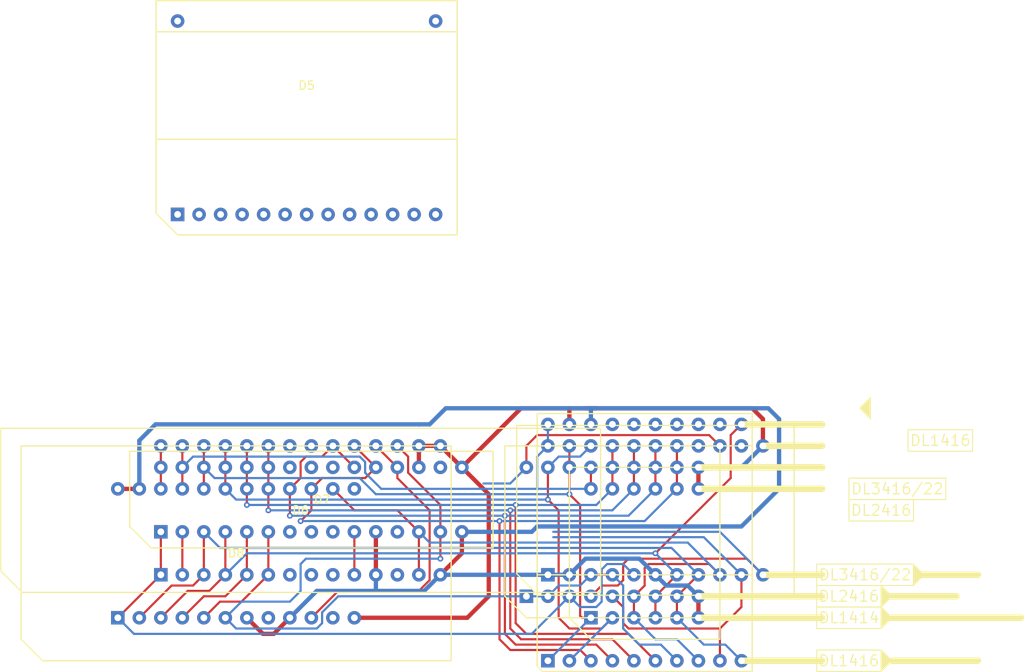
<source format=kicad_pcb>
(kicad_pcb (version 20171130) (host pcbnew "(5.1.4-0-10_14)")

  (general
    (thickness 1.6)
    (drawings 53)
    (tracks 297)
    (zones 0)
    (modules 8)
    (nets 49)
  )

  (page A4)
  (layers
    (0 F.Cu signal)
    (31 B.Cu signal)
    (32 B.Adhes user)
    (33 F.Adhes user)
    (34 B.Paste user)
    (35 F.Paste user)
    (36 B.SilkS user)
    (37 F.SilkS user)
    (38 B.Mask user)
    (39 F.Mask user)
    (40 Dwgs.User user)
    (41 Cmts.User user)
    (42 Eco1.User user)
    (43 Eco2.User user)
    (44 Edge.Cuts user)
    (45 Margin user)
    (46 B.CrtYd user)
    (47 F.CrtYd user hide)
    (48 B.Fab user)
    (49 F.Fab user hide)
  )

  (setup
    (last_trace_width 0.254)
    (trace_clearance 0.1524)
    (zone_clearance 0.508)
    (zone_45_only no)
    (trace_min 0.2)
    (via_size 0.6858)
    (via_drill 0.3302)
    (via_min_size 0.4)
    (via_min_drill 0.3)
    (uvia_size 0.6858)
    (uvia_drill 0.3302)
    (uvias_allowed no)
    (uvia_min_size 0.2)
    (uvia_min_drill 0.1)
    (edge_width 0.05)
    (segment_width 0.2)
    (pcb_text_width 0.3)
    (pcb_text_size 1.5 1.5)
    (mod_edge_width 0.12)
    (mod_text_size 1 1)
    (mod_text_width 0.15)
    (pad_size 1.524 1.524)
    (pad_drill 0.762)
    (pad_to_mask_clearance 0.051)
    (solder_mask_min_width 0.25)
    (aux_axis_origin 0 0)
    (visible_elements FFFFFF7F)
    (pcbplotparams
      (layerselection 0x010fc_ffffffff)
      (usegerberextensions false)
      (usegerberattributes false)
      (usegerberadvancedattributes false)
      (creategerberjobfile false)
      (excludeedgelayer true)
      (linewidth 0.100000)
      (plotframeref false)
      (viasonmask false)
      (mode 1)
      (useauxorigin false)
      (hpglpennumber 1)
      (hpglpenspeed 20)
      (hpglpendiameter 15.000000)
      (psnegative false)
      (psa4output false)
      (plotreference true)
      (plotvalue true)
      (plotinvisibletext false)
      (padsonsilk false)
      (subtractmaskfromsilk false)
      (outputformat 1)
      (mirror false)
      (drillshape 1)
      (scaleselection 1)
      (outputdirectory ""))
  )

  (net 0 "")
  (net 1 GND)
  (net 2 VCC)
  (net 3 "Net-(D2-Pad17)")
  (net 4 "Net-(D2-Pad16)")
  (net 5 "Net-(D2-Pad15)")
  (net 6 "Net-(D2-Pad14)")
  (net 7 "Net-(D2-Pad13)")
  (net 8 "Net-(D2-Pad12)")
  (net 9 /A0)
  (net 10 /A1)
  (net 11 /~WR)
  (net 12 /D6)
  (net 13 /D3)
  (net 14 /D2)
  (net 15 /D1)
  (net 16 /D0)
  (net 17 /D4)
  (net 18 /D5)
  (net 19 /~CU)
  (net 20 /~BL)
  (net 21 /CUE)
  (net 22 /~CLR)
  (net 23 "Net-(D4-Pad15)")
  (net 24 "Net-(D4-Pad13)")
  (net 25 /~CE)
  (net 26 /A2)
  (net 27 "Net-(D6-Pad12)")
  (net 28 "Net-(D6-Pad9)")
  (net 29 "Net-(D6-Pad8)")
  (net 30 "Net-(D6-Pad7)")
  (net 31 "Net-(D7-Pad12)")
  (net 32 "Net-(D7-Pad17)")
  (net 33 "Net-(D8-Pad11)")
  (net 34 "Net-(D8-Pad8)")
  (net 35 "Net-(D8-Pad13)")
  (net 36 /D7)
  (net 37 /A4)
  (net 38 "Net-(D6-Pad22)")
  (net 39 "Net-(D6-Pad21)")
  (net 40 /A3)
  (net 41 /~RD)
  (net 42 /~FL)
  (net 43 "Net-(D7-Pad9)")
  (net 44 "Net-(D7-Pad24)")
  (net 45 "Net-(D7-Pad8)")
  (net 46 "Net-(D7-Pad23)")
  (net 47 "Net-(D7-Pad7)")
  (net 48 "Net-(D7-Pad22)")

  (net_class Default "This is the default net class."
    (clearance 0.1524)
    (trace_width 0.254)
    (via_dia 0.6858)
    (via_drill 0.3302)
    (uvia_dia 0.6858)
    (uvia_drill 0.3302)
    (add_net /A0)
    (add_net /A1)
    (add_net /A2)
    (add_net /A3)
    (add_net /A4)
    (add_net /CUE)
    (add_net /D0)
    (add_net /D1)
    (add_net /D2)
    (add_net /D3)
    (add_net /D4)
    (add_net /D5)
    (add_net /D6)
    (add_net /D7)
    (add_net /~BL)
    (add_net /~CE)
    (add_net /~CLR)
    (add_net /~CU)
    (add_net /~FL)
    (add_net /~RD)
    (add_net /~WR)
    (add_net "Net-(D2-Pad12)")
    (add_net "Net-(D2-Pad13)")
    (add_net "Net-(D2-Pad14)")
    (add_net "Net-(D2-Pad15)")
    (add_net "Net-(D2-Pad16)")
    (add_net "Net-(D2-Pad17)")
    (add_net "Net-(D4-Pad13)")
    (add_net "Net-(D4-Pad15)")
    (add_net "Net-(D6-Pad12)")
    (add_net "Net-(D6-Pad21)")
    (add_net "Net-(D6-Pad22)")
    (add_net "Net-(D6-Pad7)")
    (add_net "Net-(D6-Pad8)")
    (add_net "Net-(D6-Pad9)")
    (add_net "Net-(D7-Pad12)")
    (add_net "Net-(D7-Pad17)")
    (add_net "Net-(D7-Pad22)")
    (add_net "Net-(D7-Pad23)")
    (add_net "Net-(D7-Pad24)")
    (add_net "Net-(D7-Pad7)")
    (add_net "Net-(D7-Pad8)")
    (add_net "Net-(D7-Pad9)")
    (add_net "Net-(D8-Pad11)")
    (add_net "Net-(D8-Pad13)")
    (add_net "Net-(D8-Pad8)")
  )

  (net_class Power ""
    (clearance 0.1524)
    (trace_width 0.508)
    (via_dia 0.6858)
    (via_drill 0.3302)
    (uvia_dia 0.6858)
    (uvia_drill 0.3302)
    (add_net GND)
    (add_net VCC)
  )

  (module Display_IntelligentAlpha:DL1814 (layer F.Cu) (tedit 5E113160) (tstamp 5E12268D)
    (at 189.940001 15.823001)
    (descr ".112\" Red, 8-Digit 17-Segment Alphanumeric Intelligent Display")
    (tags "THT DIP DIL PDIP 2.54mm 15.24mm 600mil")
    (path /5E1E370C)
    (fp_text reference D5 (at 15.24 -15.24 180) (layer F.SilkS)
      (effects (font (size 1 1) (thickness 0.15)))
    )
    (fp_text value DL1814 (at 29.21 -15.24 90) (layer F.Fab)
      (effects (font (size 1 1) (thickness 0.15)))
    )
    (fp_line (start -2.54 -8.89) (end 33.02 -8.89) (layer F.SilkS) (width 0.15))
    (fp_line (start -2.54 -21.59) (end 33.02 -21.59) (layer F.SilkS) (width 0.15))
    (fp_line (start 0 2.413) (end -2.54 -0.127) (layer F.SilkS) (width 0.15))
    (fp_line (start -2.54 -25.273) (end -2.54 2.413) (layer F.CrtYd) (width 0.0508))
    (fp_line (start -2.54 2.413) (end 33.02 2.413) (layer F.CrtYd) (width 0.0508))
    (fp_line (start 33.02 -25.273) (end 33.02 2.413) (layer F.CrtYd) (width 0.0508))
    (fp_line (start -2.54 -25.273) (end 33.02 -25.273) (layer F.CrtYd) (width 0.0508))
    (fp_line (start 33.02 -25.273) (end 33.02 2.413) (layer F.SilkS) (width 0.15))
    (fp_line (start -2.54 -25.273) (end -2.54 -0.127) (layer F.SilkS) (width 0.15))
    (fp_line (start 0 2.413) (end 33.02 2.413) (layer F.SilkS) (width 0.15))
    (fp_line (start -2.54 -25.273) (end 33.02 -25.273) (layer F.SilkS) (width 0.15))
    (fp_text user %R (at 31.75 -15.24 90) (layer F.Fab)
      (effects (font (size 1 1) (thickness 0.15)))
    )
    (pad 14 thru_hole oval (at 30.48 -22.86 90) (size 1.6 1.6) (drill 0.8) (layers *.Cu *.Mask)
      (net 20 /~BL))
    (pad 13 thru_hole oval (at 30.48 0 90) (size 1.6 1.6) (drill 0.8) (layers *.Cu *.Mask)
      (net 2 VCC))
    (pad 26 thru_hole oval (at 0 -22.86 90) (size 1.6 1.6) (drill 0.8) (layers *.Cu *.Mask)
      (net 25 /~CE))
    (pad 12 thru_hole oval (at 27.94 0 90) (size 1.6 1.6) (drill 0.8) (layers *.Cu *.Mask)
      (net 11 /~WR))
    (pad 11 thru_hole oval (at 25.4 0 90) (size 1.6 1.6) (drill 0.8) (layers *.Cu *.Mask)
      (net 26 /A2))
    (pad 10 thru_hole oval (at 22.86 0 90) (size 1.6 1.6) (drill 0.8) (layers *.Cu *.Mask)
      (net 10 /A1))
    (pad 9 thru_hole oval (at 20.32 0 90) (size 1.6 1.6) (drill 0.8) (layers *.Cu *.Mask)
      (net 9 /A0))
    (pad 8 thru_hole oval (at 17.78 0 90) (size 1.6 1.6) (drill 0.8) (layers *.Cu *.Mask)
      (net 1 GND))
    (pad 7 thru_hole oval (at 15.24 0 90) (size 1.6 1.6) (drill 0.8) (layers *.Cu *.Mask)
      (net 12 /D6))
    (pad 6 thru_hole oval (at 12.7 0 90) (size 1.6 1.6) (drill 0.8) (layers *.Cu *.Mask)
      (net 18 /D5))
    (pad 5 thru_hole oval (at 10.16 0 90) (size 1.6 1.6) (drill 0.8) (layers *.Cu *.Mask)
      (net 17 /D4))
    (pad 4 thru_hole oval (at 7.62 0 90) (size 1.6 1.6) (drill 0.8) (layers *.Cu *.Mask)
      (net 13 /D3))
    (pad 3 thru_hole oval (at 5.08 0 90) (size 1.6 1.6) (drill 0.8) (layers *.Cu *.Mask)
      (net 14 /D2))
    (pad 2 thru_hole oval (at 2.54 0 90) (size 1.6 1.6) (drill 0.8) (layers *.Cu *.Mask)
      (net 15 /D1))
    (pad 1 thru_hole rect (at 0 0 90) (size 1.6 1.6) (drill 0.8) (layers *.Cu *.Mask)
      (net 16 /D0))
  )

  (module Display_IntelligentAlpha:DL1416 (layer F.Cu) (tedit 5E103B4D) (tstamp 5E112FB6)
    (at 233.68 68.58)
    (descr ".160\" Red, 4-Digit 16-Segment Alphanumeric Intelligent Display With Memory/Decoder/Driver")
    (tags "THT DIP DIL PDIP 2.54mm 7.62mm 300mil")
    (path /5E169770)
    (fp_text reference D2 (at 11.43 -18.415 180) (layer F.SilkS) hide
      (effects (font (size 1 1) (thickness 0.15)))
    )
    (fp_text value DL1416 (at 20.955 -19.05 90) (layer F.Fab) hide
      (effects (font (size 1 1) (thickness 0.15)))
    )
    (fp_line (start -1.27 -25.4) (end 24.13 -25.4) (layer F.SilkS) (width 0.15))
    (fp_line (start 24.13 -10.16) (end -1.27 -10.16) (layer F.SilkS) (width 0.15))
    (fp_line (start -1.27 0.635) (end -0.635 1.27) (layer F.SilkS) (width 0.15))
    (fp_line (start -1.27 -29.21) (end -1.27 0.635) (layer F.SilkS) (width 0.15))
    (fp_line (start 24.13 -29.21) (end -1.27 -29.21) (layer F.SilkS) (width 0.15))
    (fp_line (start 24.13 1.27) (end 24.13 -29.21) (layer F.SilkS) (width 0.15))
    (fp_line (start -0.635 1.27) (end 24.13 1.27) (layer F.SilkS) (width 0.15))
    (fp_text user %R (at 22.86 -19.05 90) (layer F.Fab) hide
      (effects (font (size 1 1) (thickness 0.15)))
    )
    (pad 1 thru_hole rect (at 0 0 90) (size 1.6 1.6) (drill 0.8) (layers *.Cu *.Mask)
      (net 18 /D5))
    (pad 11 thru_hole oval (at 22.86 -27.94 90) (size 1.6 1.6) (drill 0.8) (layers *.Cu *.Mask)
      (net 10 /A1))
    (pad 2 thru_hole oval (at 2.54 0 90) (size 1.6 1.6) (drill 0.8) (layers *.Cu *.Mask)
      (net 17 /D4))
    (pad 12 thru_hole oval (at 20.32 -27.94 90) (size 1.6 1.6) (drill 0.8) (layers *.Cu *.Mask)
      (net 8 "Net-(D2-Pad12)"))
    (pad 3 thru_hole oval (at 5.08 0 90) (size 1.6 1.6) (drill 0.8) (layers *.Cu *.Mask)
      (net 16 /D0))
    (pad 13 thru_hole oval (at 17.78 -27.94 90) (size 1.6 1.6) (drill 0.8) (layers *.Cu *.Mask)
      (net 7 "Net-(D2-Pad13)"))
    (pad 4 thru_hole oval (at 7.62 0 90) (size 1.6 1.6) (drill 0.8) (layers *.Cu *.Mask)
      (net 15 /D1))
    (pad 14 thru_hole oval (at 15.24 -27.94 90) (size 1.6 1.6) (drill 0.8) (layers *.Cu *.Mask)
      (net 6 "Net-(D2-Pad14)"))
    (pad 5 thru_hole oval (at 10.16 0 90) (size 1.6 1.6) (drill 0.8) (layers *.Cu *.Mask)
      (net 14 /D2))
    (pad 15 thru_hole oval (at 12.7 -27.94 90) (size 1.6 1.6) (drill 0.8) (layers *.Cu *.Mask)
      (net 5 "Net-(D2-Pad15)"))
    (pad 6 thru_hole oval (at 12.7 0 90) (size 1.6 1.6) (drill 0.8) (layers *.Cu *.Mask)
      (net 13 /D3))
    (pad 16 thru_hole oval (at 10.16 -27.94 90) (size 1.6 1.6) (drill 0.8) (layers *.Cu *.Mask)
      (net 4 "Net-(D2-Pad16)"))
    (pad 7 thru_hole oval (at 15.24 0 90) (size 1.6 1.6) (drill 0.8) (layers *.Cu *.Mask)
      (net 25 /~CE))
    (pad 17 thru_hole oval (at 7.62 -27.94 90) (size 1.6 1.6) (drill 0.8) (layers *.Cu *.Mask)
      (net 3 "Net-(D2-Pad17)"))
    (pad 8 thru_hole oval (at 17.78 0 90) (size 1.6 1.6) (drill 0.8) (layers *.Cu *.Mask)
      (net 11 /~WR))
    (pad 18 thru_hole oval (at 5.08 -27.94 90) (size 1.6 1.6) (drill 0.8) (layers *.Cu *.Mask)
      (net 2 VCC))
    (pad 9 thru_hole oval (at 20.32 0 90) (size 1.6 1.6) (drill 0.8) (layers *.Cu *.Mask)
      (net 19 /~CU))
    (pad 19 thru_hole oval (at 2.54 -27.94 90) (size 1.6 1.6) (drill 0.8) (layers *.Cu *.Mask)
      (net 1 GND))
    (pad 10 thru_hole oval (at 22.86 0 90) (size 1.6 1.6) (drill 0.8) (layers *.Cu *.Mask)
      (net 9 /A0))
    (pad 20 thru_hole oval (at 0 -27.94 90) (size 1.6 1.6) (drill 0.8) (layers *.Cu *.Mask)
      (net 12 /D6))
  )

  (module Display_IntelligentAlpha:DL34xx (layer F.Cu) (tedit 5E0FE0B2) (tstamp 5E10DCCF)
    (at 233.68 58.42)
    (descr ".225\"/.170\" Red, 4-Digit 16-Segment Plus Decimal/22-Segment Alphanumeric Intelligent Display With Memory/Decoder/Driver")
    (tags "THT DIP DIL PDIP 2.54mm 15.24mm 600mil")
    (path /5E125D99)
    (fp_text reference D4 (at 13.97 -7.62 180) (layer F.SilkS) hide
      (effects (font (size 1 1) (thickness 0.15)))
    )
    (fp_text value DL3416 (at 25.4 -7.62 90) (layer F.Fab) hide
      (effects (font (size 1 1) (thickness 0.15)))
    )
    (fp_line (start -3.683 -0.127) (end -1.143 2.413) (layer F.SilkS) (width 0.15))
    (fp_line (start -3.683 2.413) (end 29.083 2.413) (layer F.CrtYd) (width 0.0508))
    (fp_line (start -3.683 -17.653) (end -3.683 2.413) (layer F.CrtYd) (width 0.0508))
    (fp_line (start 29.083 -17.653) (end 29.083 2.413) (layer F.SilkS) (width 0.15))
    (fp_line (start -3.683 -17.653) (end 29.083 -17.653) (layer F.CrtYd) (width 0.0508))
    (fp_line (start -1.143 2.413) (end 29.083 2.413) (layer F.SilkS) (width 0.15))
    (fp_line (start -3.683 -17.653) (end -3.683 -0.127) (layer F.SilkS) (width 0.15))
    (fp_line (start 29.083 -17.653) (end 29.083 2.413) (layer F.CrtYd) (width 0.0508))
    (fp_line (start -3.683 -17.653) (end 29.083 -17.653) (layer F.SilkS) (width 0.15))
    (fp_text user %R (at 27.94 -7.62 90) (layer F.Fab) hide
      (effects (font (size 1 1) (thickness 0.15)))
    )
    (pad 12 thru_hole oval (at 25.4 -15.24 90) (size 1.6 1.6) (drill 0.8) (layers *.Cu *.Mask)
      (net 1 GND))
    (pad 11 thru_hole oval (at 25.4 0 90) (size 1.6 1.6) (drill 0.8) (layers *.Cu *.Mask)
      (net 21 /CUE))
    (pad 22 thru_hole oval (at 0 -15.24 90) (size 1.6 1.6) (drill 0.8) (layers *.Cu *.Mask)
      (net 12 /D6))
    (pad 10 thru_hole oval (at 22.86 0 90) (size 1.6 1.6) (drill 0.8) (layers *.Cu *.Mask)
      (net 19 /~CU))
    (pad 21 thru_hole oval (at 2.54 -15.24 90) (size 1.6 1.6) (drill 0.8) (layers *.Cu *.Mask)
      (net 18 /D5))
    (pad 9 thru_hole oval (at 20.32 0 90) (size 1.6 1.6) (drill 0.8) (layers *.Cu *.Mask)
      (net 11 /~WR))
    (pad 20 thru_hole oval (at 5.08 -15.24 90) (size 1.6 1.6) (drill 0.8) (layers *.Cu *.Mask)
      (net 17 /D4))
    (pad 8 thru_hole oval (at 17.78 0 90) (size 1.6 1.6) (drill 0.8) (layers *.Cu *.Mask)
      (net 9 /A0))
    (pad 19 thru_hole oval (at 7.62 -15.24 90) (size 1.6 1.6) (drill 0.8) (layers *.Cu *.Mask)
      (net 13 /D3))
    (pad 7 thru_hole oval (at 15.24 0 90) (size 1.6 1.6) (drill 0.8) (layers *.Cu *.Mask)
      (net 10 /A1))
    (pad 18 thru_hole oval (at 10.16 -15.24 90) (size 1.6 1.6) (drill 0.8) (layers *.Cu *.Mask)
      (net 14 /D2))
    (pad 6 thru_hole oval (at 12.7 0 90) (size 1.6 1.6) (drill 0.8) (layers *.Cu *.Mask)
      (net 2 VCC))
    (pad 17 thru_hole oval (at 12.7 -15.24 90) (size 1.6 1.6) (drill 0.8) (layers *.Cu *.Mask)
      (net 15 /D1))
    (pad 5 thru_hole oval (at 10.16 0 90) (size 1.6 1.6) (drill 0.8) (layers *.Cu *.Mask)
      (net 22 /~CLR))
    (pad 16 thru_hole oval (at 15.24 -15.24 90) (size 1.6 1.6) (drill 0.8) (layers *.Cu *.Mask)
      (net 16 /D0))
    (pad 4 thru_hole oval (at 7.62 0 90) (size 1.6 1.6) (drill 0.8) (layers *.Cu *.Mask)
      (net 25 /~CE))
    (pad 15 thru_hole oval (at 17.78 -15.24 90) (size 1.6 1.6) (drill 0.8) (layers *.Cu *.Mask)
      (net 23 "Net-(D4-Pad15)"))
    (pad 3 thru_hole oval (at 5.08 0 90) (size 1.6 1.6) (drill 0.8) (layers *.Cu *.Mask)
      (net 25 /~CE))
    (pad 14 thru_hole oval (at 20.32 -15.24 90) (size 1.6 1.6) (drill 0.8) (layers *.Cu *.Mask)
      (net 20 /~BL))
    (pad 2 thru_hole oval (at 2.54 0 90) (size 1.6 1.6) (drill 0.8) (layers *.Cu *.Mask)
      (net 2 VCC))
    (pad 13 thru_hole oval (at 22.86 -15.24 90) (size 1.6 1.6) (drill 0.8) (layers *.Cu *.Mask)
      (net 24 "Net-(D4-Pad13)"))
    (pad 1 thru_hole rect (at 0 0 90) (size 1.6 1.6) (drill 0.8) (layers *.Cu *.Mask)
      (net 2 VCC))
  )

  (module Display_IntelligentAlpha:PD2816 (layer F.Cu) (tedit 5E1131B0) (tstamp 5E120BB0)
    (at 182.88 63.5)
    (descr ".112\" Red, 8-Digit, 18-Segment Including Decimal Alphanumeric Programmable Display With Built In CMOS Control Functions")
    (tags "THT DIP DIL PDIP 2.54mm 15.24mm 600mil")
    (path /5E1D535B)
    (fp_text reference D8 (at 13.97 -7.62 180) (layer F.SilkS)
      (effects (font (size 1 1) (thickness 0.15)))
    )
    (fp_text value PD2816 (at 35.56 -7.62 90) (layer F.Fab)
      (effects (font (size 1 1) (thickness 0.15)))
    )
    (fp_line (start -8.89 5.08) (end -11.43 2.54) (layer F.SilkS) (width 0.15))
    (fp_line (start 39.37 5.08) (end 39.37 -20.32) (layer F.CrtYd) (width 0.0508))
    (fp_line (start -11.43 5.08) (end 39.37 5.08) (layer F.CrtYd) (width 0.0508))
    (fp_line (start -11.43 -20.32) (end -11.43 5.08) (layer F.CrtYd) (width 0.0508))
    (fp_line (start 39.37 -20.32) (end -11.43 -20.32) (layer F.CrtYd) (width 0.0508))
    (fp_line (start -11.43 -20.32) (end -11.43 2.54) (layer F.SilkS) (width 0.15))
    (fp_line (start 39.37 -20.32) (end 39.37 5.08) (layer F.SilkS) (width 0.15))
    (fp_line (start -11.43 -20.32) (end 39.37 -20.32) (layer F.SilkS) (width 0.15))
    (fp_line (start -8.89 5.08) (end 39.37 5.08) (layer F.SilkS) (width 0.15))
    (fp_text user %R (at 38.1 -7.62 90) (layer F.Fab)
      (effects (font (size 1 1) (thickness 0.15)))
    )
    (pad 24 thru_hole oval (at 0 -15.24 90) (size 1.6 1.6) (drill 0.8) (layers *.Cu *.Mask)
      (net 2 VCC))
    (pad 12 thru_hole oval (at 27.94 0 90) (size 1.6 1.6) (drill 0.8) (layers *.Cu *.Mask)
      (net 1 GND))
    (pad 23 thru_hole oval (at 2.54 -15.24 90) (size 1.6 1.6) (drill 0.8) (layers *.Cu *.Mask)
      (net 2 VCC))
    (pad 11 thru_hole oval (at 25.4 0 90) (size 1.6 1.6) (drill 0.8) (layers *.Cu *.Mask)
      (net 33 "Net-(D8-Pad11)"))
    (pad 22 thru_hole oval (at 5.08 -15.24 90) (size 1.6 1.6) (drill 0.8) (layers *.Cu *.Mask)
      (net 36 /D7))
    (pad 10 thru_hole oval (at 22.86 0 90) (size 1.6 1.6) (drill 0.8) (layers *.Cu *.Mask)
      (net 41 /~RD))
    (pad 21 thru_hole oval (at 7.62 -15.24 90) (size 1.6 1.6) (drill 0.8) (layers *.Cu *.Mask)
      (net 12 /D6))
    (pad 9 thru_hole oval (at 20.32 0 90) (size 1.6 1.6) (drill 0.8) (layers *.Cu *.Mask)
      (net 2 VCC))
    (pad 20 thru_hole oval (at 10.16 -15.24 90) (size 1.6 1.6) (drill 0.8) (layers *.Cu *.Mask)
      (net 18 /D5))
    (pad 8 thru_hole oval (at 17.78 0 90) (size 1.6 1.6) (drill 0.8) (layers *.Cu *.Mask)
      (net 34 "Net-(D8-Pad8)"))
    (pad 19 thru_hole oval (at 12.7 -15.24 90) (size 1.6 1.6) (drill 0.8) (layers *.Cu *.Mask)
      (net 17 /D4))
    (pad 7 thru_hole oval (at 15.24 0 90) (size 1.6 1.6) (drill 0.8) (layers *.Cu *.Mask)
      (net 2 VCC))
    (pad 18 thru_hole oval (at 15.24 -15.24 90) (size 1.6 1.6) (drill 0.8) (layers *.Cu *.Mask)
      (net 13 /D3))
    (pad 6 thru_hole oval (at 12.7 0 90) (size 1.6 1.6) (drill 0.8) (layers *.Cu *.Mask)
      (net 25 /~CE))
    (pad 17 thru_hole oval (at 17.78 -15.24 90) (size 1.6 1.6) (drill 0.8) (layers *.Cu *.Mask)
      (net 14 /D2))
    (pad 5 thru_hole oval (at 10.16 0 90) (size 1.6 1.6) (drill 0.8) (layers *.Cu *.Mask)
      (net 40 /A3))
    (pad 16 thru_hole oval (at 20.32 -15.24 90) (size 1.6 1.6) (drill 0.8) (layers *.Cu *.Mask)
      (net 15 /D1))
    (pad 4 thru_hole oval (at 7.62 0 90) (size 1.6 1.6) (drill 0.8) (layers *.Cu *.Mask)
      (net 26 /A2))
    (pad 15 thru_hole oval (at 22.86 -15.24 90) (size 1.6 1.6) (drill 0.8) (layers *.Cu *.Mask)
      (net 16 /D0))
    (pad 3 thru_hole oval (at 5.08 0 90) (size 1.6 1.6) (drill 0.8) (layers *.Cu *.Mask)
      (net 10 /A1))
    (pad 14 thru_hole oval (at 25.4 -15.24 90) (size 1.6 1.6) (drill 0.8) (layers *.Cu *.Mask)
      (net 11 /~WR))
    (pad 2 thru_hole oval (at 2.54 0 90) (size 1.6 1.6) (drill 0.8) (layers *.Cu *.Mask)
      (net 9 /A0))
    (pad 13 thru_hole oval (at 27.94 -15.24 90) (size 1.6 1.6) (drill 0.8) (layers *.Cu *.Mask)
      (net 35 "Net-(D8-Pad13)"))
    (pad 1 thru_hole rect (at 0 0 90) (size 1.6 1.6) (drill 0.8) (layers *.Cu *.Mask)
      (net 22 /~CLR))
  )

  (module Display_IntelligentAlpha:PDSP188x_DIP30 (layer F.Cu) (tedit 5E1131A4) (tstamp 5E120C25)
    (at 187.96 53.34)
    (descr ".180\" 8-Character 5x7 Dot Matrix Alphanumeric Programmable Display (dual 15-hole rows)")
    (tags "DIL DIP PDIP 2.54mm 7.62mm 300mil")
    (path /5E1C8D40)
    (fp_text reference D7 (at 19.05 -3.81 180) (layer F.SilkS)
      (effects (font (size 1 1) (thickness 0.15)))
    )
    (fp_text value PDSP188x (at 34.925 -3.81 180) (layer F.Fab)
      (effects (font (size 1 1) (thickness 0.15)))
    )
    (fp_line (start -3.683 -0.635) (end -1.143 1.905) (layer F.SilkS) (width 0.15))
    (fp_line (start -3.683 -9.525) (end -3.683 1.905) (layer F.CrtYd) (width 0.0508))
    (fp_line (start -3.683 1.905) (end 39.243 1.905) (layer F.Fab) (width 0.0508))
    (fp_line (start 39.243 -9.525) (end 39.243 1.905) (layer F.CrtYd) (width 0.0508))
    (fp_line (start -3.683 -9.525) (end 39.243 -9.525) (layer F.CrtYd) (width 0.0508))
    (fp_line (start 39.243 -9.525) (end 39.243 1.905) (layer F.SilkS) (width 0.15))
    (fp_line (start -1.143 1.905) (end 39.243 1.905) (layer F.SilkS) (width 0.15))
    (fp_line (start -3.683 -9.525) (end 39.243 -9.525) (layer F.SilkS) (width 0.15))
    (fp_line (start -3.683 -9.525) (end -3.683 -0.635) (layer F.SilkS) (width 0.15))
    (fp_text user %R (at 27.94 -3.81 180) (layer F.Fab)
      (effects (font (size 1 1) (thickness 0.15)))
    )
    (pad 16 thru_hole oval (at 35.56 -7.62 90) (size 1.6 1.6) (drill 0.8) (layers *.Cu *.Mask)
      (net 1 GND))
    (pad 15 thru_hole oval (at 35.56 0 90) (size 1.6 1.6) (drill 0.8) (layers *.Cu *.Mask)
      (net 2 VCC))
    (pad 30 thru_hole oval (at 0 -7.62 90) (size 1.6 1.6) (drill 0.8) (layers *.Cu *.Mask)
      (net 36 /D7))
    (pad 14 thru_hole oval (at 33.02 0 90) (size 1.6 1.6) (drill 0.8) (layers *.Cu *.Mask)
      (net 25 /~CE))
    (pad 29 thru_hole oval (at 2.54 -7.62 90) (size 1.6 1.6) (drill 0.8) (layers *.Cu *.Mask)
      (net 12 /D6))
    (pad 13 thru_hole oval (at 30.48 0 90) (size 1.6 1.6) (drill 0.8) (layers *.Cu *.Mask)
      (net 11 /~WR))
    (pad 28 thru_hole oval (at 5.08 -7.62 90) (size 1.6 1.6) (drill 0.8) (layers *.Cu *.Mask)
      (net 18 /D5))
    (pad 12 thru_hole oval (at 27.94 0 90) (size 1.6 1.6) (drill 0.8) (layers *.Cu *.Mask)
      (net 31 "Net-(D7-Pad12)"))
    (pad 27 thru_hole oval (at 7.62 -7.62 90) (size 1.6 1.6) (drill 0.8) (layers *.Cu *.Mask)
      (net 17 /D4))
    (pad 11 thru_hole oval (at 25.4 0 90) (size 1.6 1.6) (drill 0.8) (layers *.Cu *.Mask)
      (net 2 VCC))
    (pad 26 thru_hole oval (at 10.16 -7.62 90) (size 1.6 1.6) (drill 0.8) (layers *.Cu *.Mask)
      (net 13 /D3))
    (pad 10 thru_hole oval (at 22.86 0 90) (size 1.6 1.6) (drill 0.8) (layers *.Cu *.Mask)
      (net 37 /A4))
    (pad 25 thru_hole oval (at 12.7 -7.62 90) (size 1.6 1.6) (drill 0.8) (layers *.Cu *.Mask)
      (net 14 /D2))
    (pad 9 thru_hole oval (at 20.32 0 90) (size 1.6 1.6) (drill 0.8) (layers *.Cu *.Mask)
      (net 43 "Net-(D7-Pad9)"))
    (pad 24 thru_hole oval (at 15.24 -7.62 90) (size 1.6 1.6) (drill 0.8) (layers *.Cu *.Mask)
      (net 44 "Net-(D7-Pad24)"))
    (pad 8 thru_hole oval (at 17.78 0 90) (size 1.6 1.6) (drill 0.8) (layers *.Cu *.Mask)
      (net 45 "Net-(D7-Pad8)"))
    (pad 23 thru_hole oval (at 17.78 -7.62 90) (size 1.6 1.6) (drill 0.8) (layers *.Cu *.Mask)
      (net 46 "Net-(D7-Pad23)"))
    (pad 7 thru_hole oval (at 15.24 0 90) (size 1.6 1.6) (drill 0.8) (layers *.Cu *.Mask)
      (net 47 "Net-(D7-Pad7)"))
    (pad 22 thru_hole oval (at 20.32 -7.62 90) (size 1.6 1.6) (drill 0.8) (layers *.Cu *.Mask)
      (net 48 "Net-(D7-Pad22)"))
    (pad 6 thru_hole oval (at 12.7 0 90) (size 1.6 1.6) (drill 0.8) (layers *.Cu *.Mask)
      (net 40 /A3))
    (pad 21 thru_hole oval (at 22.86 -7.62 90) (size 1.6 1.6) (drill 0.8) (layers *.Cu *.Mask)
      (net 15 /D1))
    (pad 5 thru_hole oval (at 10.16 0 90) (size 1.6 1.6) (drill 0.8) (layers *.Cu *.Mask)
      (net 26 /A2))
    (pad 20 thru_hole oval (at 25.4 -7.62 90) (size 1.6 1.6) (drill 0.8) (layers *.Cu *.Mask)
      (net 16 /D0))
    (pad 4 thru_hole oval (at 7.62 0 90) (size 1.6 1.6) (drill 0.8) (layers *.Cu *.Mask)
      (net 10 /A1))
    (pad 19 thru_hole oval (at 27.94 -7.62 90) (size 1.6 1.6) (drill 0.8) (layers *.Cu *.Mask)
      (net 41 /~RD))
    (pad 3 thru_hole oval (at 5.08 0 90) (size 1.6 1.6) (drill 0.8) (layers *.Cu *.Mask)
      (net 9 /A0))
    (pad 18 thru_hole oval (at 30.48 -7.62 90) (size 1.6 1.6) (drill 0.8) (layers *.Cu *.Mask)
      (net 1 GND))
    (pad 2 thru_hole oval (at 2.54 0 90) (size 1.6 1.6) (drill 0.8) (layers *.Cu *.Mask)
      (net 42 /~FL))
    (pad 17 thru_hole oval (at 33.02 -7.62 90) (size 1.6 1.6) (drill 0.8) (layers *.Cu *.Mask)
      (net 32 "Net-(D7-Pad17)"))
    (pad 1 thru_hole rect (at 0 0 90) (size 1.6 1.6) (drill 0.8) (layers *.Cu *.Mask)
      (net 22 /~CLR))
  )

  (module Display_IntelligentAlpha:HDSP-250x_DIP28 (layer F.Cu) (tedit 5E11318C) (tstamp 5E120CA4)
    (at 187.96 58.42)
    (descr "0.27\" Eight Character Alphanumeric Display (dual 14-hole rows)")
    (tags "THT DIP DIL PDIP 2.54mm 15.24mm 600mil Socket")
    (path /5E1B15CE)
    (fp_text reference D6 (at 16.51 -7.62) (layer F.SilkS)
      (effects (font (size 1 1) (thickness 0.15)))
    )
    (fp_text value HDSP-250x (at 48.26 -7.62 90) (layer F.Fab)
      (effects (font (size 1 1) (thickness 0.15)))
    )
    (fp_line (start 51.943 -17.3228) (end 51.943 2.0828) (layer F.CrtYd) (width 0.0508))
    (fp_line (start -18.923 -17.3228) (end 51.943 -17.3228) (layer F.SilkS) (width 0.15))
    (fp_line (start -18.923 -17.3228) (end -18.923 2.0828) (layer F.CrtYd) (width 0.0508))
    (fp_line (start -18.923 2.0828) (end 51.943 2.0828) (layer F.CrtYd) (width 0.0508))
    (fp_line (start -18.923 -0.4572) (end -16.383 2.0828) (layer F.SilkS) (width 0.15))
    (fp_line (start -18.923 -17.3228) (end -18.923 -0.4572) (layer F.SilkS) (width 0.15))
    (fp_line (start 51.943 -17.3228) (end 51.943 2.0828) (layer F.SilkS) (width 0.15))
    (fp_line (start -16.383 2.0828) (end 51.943 2.0828) (layer F.SilkS) (width 0.15))
    (fp_line (start -18.923 -17.3228) (end 51.943 -17.3228) (layer F.CrtYd) (width 0.0508))
    (fp_text user %R (at 50.8 -7.62 90) (layer F.Fab)
      (effects (font (size 1 1) (thickness 0.15)))
    )
    (pad 28 thru_hole oval (at 0 -15.24 90) (size 1.6 1.6) (drill 0.8) (layers *.Cu *.Mask)
      (net 36 /D7))
    (pad 14 thru_hole oval (at 33.02 0 90) (size 1.6 1.6) (drill 0.8) (layers *.Cu *.Mask)
      (net 2 VCC))
    (pad 27 thru_hole oval (at 2.54 -15.24 90) (size 1.6 1.6) (drill 0.8) (layers *.Cu *.Mask)
      (net 12 /D6))
    (pad 13 thru_hole oval (at 30.48 0 90) (size 1.6 1.6) (drill 0.8) (layers *.Cu *.Mask)
      (net 11 /~WR))
    (pad 26 thru_hole oval (at 5.08 -15.24 90) (size 1.6 1.6) (drill 0.8) (layers *.Cu *.Mask)
      (net 18 /D5))
    (pad 12 thru_hole oval (at 27.94 0 90) (size 1.6 1.6) (drill 0.8) (layers *.Cu *.Mask)
      (net 27 "Net-(D6-Pad12)"))
    (pad 25 thru_hole oval (at 7.62 -15.24 90) (size 1.6 1.6) (drill 0.8) (layers *.Cu *.Mask)
      (net 17 /D4))
    (pad 11 thru_hole oval (at 25.4 0 90) (size 1.6 1.6) (drill 0.8) (layers *.Cu *.Mask)
      (net 2 VCC))
    (pad 24 thru_hole oval (at 10.16 -15.24 90) (size 1.6 1.6) (drill 0.8) (layers *.Cu *.Mask)
      (net 13 /D3))
    (pad 10 thru_hole oval (at 22.86 0 90) (size 1.6 1.6) (drill 0.8) (layers *.Cu *.Mask)
      (net 37 /A4))
    (pad 23 thru_hole oval (at 12.7 -15.24 90) (size 1.6 1.6) (drill 0.8) (layers *.Cu *.Mask)
      (net 14 /D2))
    (pad 9 thru_hole oval (at 20.32 0 90) (size 1.6 1.6) (drill 0.8) (layers *.Cu *.Mask)
      (net 28 "Net-(D6-Pad9)"))
    (pad 22 thru_hole oval (at 15.24 -15.24 90) (size 1.6 1.6) (drill 0.8) (layers *.Cu *.Mask)
      (net 38 "Net-(D6-Pad22)"))
    (pad 8 thru_hole oval (at 17.78 0 90) (size 1.6 1.6) (drill 0.8) (layers *.Cu *.Mask)
      (net 29 "Net-(D6-Pad8)"))
    (pad 21 thru_hole oval (at 17.78 -15.24 90) (size 1.6 1.6) (drill 0.8) (layers *.Cu *.Mask)
      (net 39 "Net-(D6-Pad21)"))
    (pad 7 thru_hole oval (at 15.24 0 90) (size 1.6 1.6) (drill 0.8) (layers *.Cu *.Mask)
      (net 30 "Net-(D6-Pad7)"))
    (pad 20 thru_hole oval (at 20.32 -15.24 90) (size 1.6 1.6) (drill 0.8) (layers *.Cu *.Mask)
      (net 15 /D1))
    (pad 6 thru_hole oval (at 12.7 0 90) (size 1.6 1.6) (drill 0.8) (layers *.Cu *.Mask)
      (net 40 /A3))
    (pad 19 thru_hole oval (at 22.86 -15.24 90) (size 1.6 1.6) (drill 0.8) (layers *.Cu *.Mask)
      (net 16 /D0))
    (pad 5 thru_hole oval (at 10.16 0 90) (size 1.6 1.6) (drill 0.8) (layers *.Cu *.Mask)
      (net 26 /A2))
    (pad 18 thru_hole oval (at 25.4 -15.24 90) (size 1.6 1.6) (drill 0.8) (layers *.Cu *.Mask)
      (net 41 /~RD))
    (pad 4 thru_hole oval (at 7.62 0 90) (size 1.6 1.6) (drill 0.8) (layers *.Cu *.Mask)
      (net 10 /A1))
    (pad 17 thru_hole oval (at 27.94 -15.24 90) (size 1.6 1.6) (drill 0.8) (layers *.Cu *.Mask)
      (net 25 /~CE))
    (pad 3 thru_hole oval (at 5.08 0 90) (size 1.6 1.6) (drill 0.8) (layers *.Cu *.Mask)
      (net 9 /A0))
    (pad 16 thru_hole oval (at 30.48 -15.24 90) (size 1.6 1.6) (drill 0.8) (layers *.Cu *.Mask)
      (net 1 GND))
    (pad 2 thru_hole oval (at 2.54 0 90) (size 1.6 1.6) (drill 0.8) (layers *.Cu *.Mask)
      (net 42 /~FL))
    (pad 15 thru_hole oval (at 33.02 -15.24 90) (size 1.6 1.6) (drill 0.8) (layers *.Cu *.Mask)
      (net 1 GND))
    (pad 1 thru_hole rect (at 0 0 90) (size 1.6 1.6) (drill 0.8) (layers *.Cu *.Mask)
      (net 22 /~CLR))
  )

  (module Display_IntelligentAlpha:DL2416 (layer F.Cu) (tedit 5E0FCC7C) (tstamp 5E10D2C6)
    (at 231.14 60.96)
    (descr ".160\" Red, 4-Character 16 Segment Plus Decimal Alphanumeric Intelligent Display With Memory/Decoder/Driver")
    (tags "THT DIP DIL PDIP 2.54mm 15.24mm 600mil")
    (path /5E11EA1E)
    (fp_text reference D3 (at 10.16 -7.62 180) (layer F.SilkS) hide
      (effects (font (size 1 1) (thickness 0.15)))
    )
    (fp_text value DL2416 (at 19.05 -7.62 90) (layer F.Fab) hide
      (effects (font (size 1 1) (thickness 0.15)))
    )
    (fp_line (start -2.54 0) (end -2.54 -17.78) (layer F.SilkS) (width 0.15))
    (fp_line (start 0 2.54) (end -2.54 0) (layer F.SilkS) (width 0.15))
    (fp_line (start 22.86 2.54) (end 0 2.54) (layer F.SilkS) (width 0.15))
    (fp_line (start 22.86 -17.78) (end 22.86 2.54) (layer F.SilkS) (width 0.15))
    (fp_line (start -2.54 -17.78) (end 22.86 -17.78) (layer F.SilkS) (width 0.15))
    (fp_line (start -2.54 2.54) (end 22.86 2.54) (layer F.CrtYd) (width 0.0508))
    (fp_line (start 22.86 -17.78) (end 22.86 2.54) (layer F.CrtYd) (width 0.0508))
    (fp_line (start -2.54 -17.78) (end -2.54 2.54) (layer F.CrtYd) (width 0.0508))
    (fp_line (start -2.54 -17.78) (end 22.86 -17.78) (layer F.CrtYd) (width 0.0508))
    (fp_text user %R (at 21.59 -7.62 90) (layer F.Fab) hide
      (effects (font (size 1 1) (thickness 0.15)))
    )
    (pad 18 thru_hole oval (at 0 -15.24 90) (size 1.6 1.6) (drill 0.8) (layers *.Cu *.Mask)
      (net 20 /~BL))
    (pad 17 thru_hole oval (at 2.54 -15.24 90) (size 1.6 1.6) (drill 0.8) (layers *.Cu *.Mask)
      (net 17 /D4))
    (pad 16 thru_hole oval (at 5.08 -15.24 90) (size 1.6 1.6) (drill 0.8) (layers *.Cu *.Mask)
      (net 18 /D5))
    (pad 15 thru_hole oval (at 7.62 -15.24 90) (size 1.6 1.6) (drill 0.8) (layers *.Cu *.Mask)
      (net 12 /D6))
    (pad 9 thru_hole oval (at 20.32 0 90) (size 1.6 1.6) (drill 0.8) (layers *.Cu *.Mask)
      (net 2 VCC))
    (pad 14 thru_hole oval (at 10.16 -15.24 90) (size 1.6 1.6) (drill 0.8) (layers *.Cu *.Mask)
      (net 13 /D3))
    (pad 8 thru_hole oval (at 17.78 0 90) (size 1.6 1.6) (drill 0.8) (layers *.Cu *.Mask)
      (net 9 /A0))
    (pad 13 thru_hole oval (at 12.7 -15.24 90) (size 1.6 1.6) (drill 0.8) (layers *.Cu *.Mask)
      (net 14 /D2))
    (pad 7 thru_hole oval (at 15.24 0 90) (size 1.6 1.6) (drill 0.8) (layers *.Cu *.Mask)
      (net 10 /A1))
    (pad 12 thru_hole oval (at 15.24 -15.24 90) (size 1.6 1.6) (drill 0.8) (layers *.Cu *.Mask)
      (net 15 /D1))
    (pad 6 thru_hole oval (at 12.7 0 90) (size 1.6 1.6) (drill 0.8) (layers *.Cu *.Mask)
      (net 11 /~WR))
    (pad 11 thru_hole oval (at 17.78 -15.24 90) (size 1.6 1.6) (drill 0.8) (layers *.Cu *.Mask)
      (net 16 /D0))
    (pad 5 thru_hole oval (at 10.16 0 90) (size 1.6 1.6) (drill 0.8) (layers *.Cu *.Mask)
      (net 19 /~CU))
    (pad 10 thru_hole oval (at 20.32 -15.24 90) (size 1.6 1.6) (drill 0.8) (layers *.Cu *.Mask)
      (net 1 GND))
    (pad 4 thru_hole oval (at 7.62 0 90) (size 1.6 1.6) (drill 0.8) (layers *.Cu *.Mask)
      (net 21 /CUE))
    (pad 3 thru_hole oval (at 5.08 0 90) (size 1.6 1.6) (drill 0.8) (layers *.Cu *.Mask)
      (net 22 /~CLR))
    (pad 2 thru_hole oval (at 2.54 0 90) (size 1.6 1.6) (drill 0.8) (layers *.Cu *.Mask)
      (net 25 /~CE))
    (pad 1 thru_hole rect (at 0 0 90) (size 1.6 1.6) (drill 0.8) (layers *.Cu *.Mask)
      (net 25 /~CE))
  )

  (module Display_IntelligentAlpha:DL1414 (layer F.Cu) (tedit 5E0FCB4C) (tstamp 5E10E496)
    (at 238.76 63.5)
    (descr ".112\" Red, 4-Character 16 Segment Plus Decimal Alphanumeric Intelligent Display With Memory/Decoder/Driver")
    (tags "THT DIP DIL PDIP 2.54mm 15.24mm 600mil")
    (path /5E11B786)
    (fp_text reference D1 (at 6.35 -7.62 180) (layer F.SilkS) hide
      (effects (font (size 1 1) (thickness 0.15)))
    )
    (fp_text value DL1414 (at 11.43 -7.62 90) (layer F.Fab)
      (effects (font (size 1 1) (thickness 0.15)))
    )
    (fp_line (start 15.24 2.54) (end 15.24 -17.78) (layer F.SilkS) (width 0.15))
    (fp_line (start 0 2.54) (end 15.24 2.54) (layer F.SilkS) (width 0.15))
    (fp_line (start -2.54 0) (end 0 2.54) (layer F.SilkS) (width 0.15))
    (fp_line (start -2.54 -17.78) (end -2.54 0) (layer F.SilkS) (width 0.15))
    (fp_line (start 15.24 -17.78) (end -2.54 -17.78) (layer F.SilkS) (width 0.15))
    (fp_line (start -2.54 -17.78) (end 15.24 -17.78) (layer F.CrtYd) (width 0.0508))
    (fp_line (start 15.24 2.54) (end 15.24 -17.78) (layer F.CrtYd) (width 0.0508))
    (fp_line (start -2.54 2.54) (end -2.54 -17.78) (layer F.CrtYd) (width 0.0508))
    (fp_line (start -2.54 2.54) (end 15.24 2.54) (layer F.CrtYd) (width 0.0508))
    (fp_text user %R (at 13.97 -7.62 90) (layer F.Fab)
      (effects (font (size 1 1) (thickness 0.15)))
    )
    (pad 12 thru_hole oval (at 0 -15.24 90) (size 1.6 1.6) (drill 0.8) (layers *.Cu *.Mask)
      (net 12 /D6))
    (pad 11 thru_hole oval (at 2.54 -15.24 90) (size 1.6 1.6) (drill 0.8) (layers *.Cu *.Mask)
      (net 13 /D3))
    (pad 10 thru_hole oval (at 5.08 -15.24 90) (size 1.6 1.6) (drill 0.8) (layers *.Cu *.Mask)
      (net 14 /D2))
    (pad 9 thru_hole oval (at 7.62 -15.24 90) (size 1.6 1.6) (drill 0.8) (layers *.Cu *.Mask)
      (net 15 /D1))
    (pad 8 thru_hole oval (at 10.16 -15.24 90) (size 1.6 1.6) (drill 0.8) (layers *.Cu *.Mask)
      (net 16 /D0))
    (pad 7 thru_hole oval (at 12.7 -15.24 90) (size 1.6 1.6) (drill 0.8) (layers *.Cu *.Mask)
      (net 1 GND))
    (pad 6 thru_hole oval (at 12.7 0 90) (size 1.6 1.6) (drill 0.8) (layers *.Cu *.Mask)
      (net 2 VCC))
    (pad 5 thru_hole oval (at 10.16 0 90) (size 1.6 1.6) (drill 0.8) (layers *.Cu *.Mask)
      (net 9 /A0))
    (pad 4 thru_hole oval (at 7.62 0 90) (size 1.6 1.6) (drill 0.8) (layers *.Cu *.Mask)
      (net 10 /A1))
    (pad 3 thru_hole oval (at 5.08 0 90) (size 1.6 1.6) (drill 0.8) (layers *.Cu *.Mask)
      (net 11 /~WR))
    (pad 2 thru_hole oval (at 2.54 0 90) (size 1.6 1.6) (drill 0.8) (layers *.Cu *.Mask)
      (net 17 /D4))
    (pad 1 thru_hole rect (at 0 0 90) (size 1.6 1.6) (drill 0.8) (layers *.Cu *.Mask)
      (net 18 /D5))
  )

  (gr_line (start 256.54 68.58) (end 266.065 68.58) (layer F.SilkS) (width 0.762) (tstamp 5E121BE6))
  (gr_line (start 259.08 58.42) (end 266.065 58.42) (layer F.SilkS) (width 0.762) (tstamp 5E121BE3))
  (gr_line (start 251.46 63.5) (end 266.065 63.5) (layer F.SilkS) (width 0.762) (tstamp 5E121BE1))
  (gr_line (start 251.46 60.96) (end 266.065 60.96) (layer F.SilkS) (width 0.762) (tstamp 5E121BDF))
  (gr_line (start 251.46 48.26) (end 266.065 48.26) (layer F.SilkS) (width 0.762) (tstamp 5E121BDD))
  (gr_line (start 251.46 45.72) (end 266.065 45.72) (layer F.SilkS) (width 0.762) (tstamp 5E11BA8F))
  (gr_line (start 269.24 49.53) (end 269.24 52.07) (layer F.SilkS) (width 0.12) (tstamp 5E11BA7E))
  (gr_line (start 276.86 52.07) (end 276.86 49.53) (layer F.SilkS) (width 0.12) (tstamp 5E11BA7D))
  (gr_line (start 276.86 52.07) (end 269.24 52.07) (layer F.SilkS) (width 0.12) (tstamp 5E11BA7C))
  (gr_line (start 276.86 49.53) (end 269.24 49.53) (layer F.SilkS) (width 0.12) (tstamp 5E11BA7A))
  (gr_line (start 269.24 52.07) (end 276.86 52.07) (layer F.SilkS) (width 0.12) (tstamp 5E11BA79))
  (gr_text DL2416 (at 273.05 50.8) (layer F.SilkS) (tstamp 5E11BA78)
    (effects (font (size 1.27 1.27) (thickness 0.15)))
  )
  (gr_line (start 273.685 60.96) (end 281.94 60.96) (layer F.SilkS) (width 0.762) (tstamp 5E11BA70))
  (gr_line (start 266.065 40.64) (end 256.54 40.64) (layer F.SilkS) (width 0.762) (tstamp 5E11B74A))
  (gr_line (start 276.225 43.815) (end 283.845 43.815) (layer F.SilkS) (width 0.12) (tstamp 5E11B749))
  (gr_line (start 283.845 41.275) (end 276.225 41.275) (layer F.SilkS) (width 0.12) (tstamp 5E11B748))
  (gr_line (start 283.845 43.815) (end 283.845 41.275) (layer F.SilkS) (width 0.12) (tstamp 5E11B747))
  (gr_poly (pts (xy 271.78 37.465) (xy 270.51 38.735) (xy 271.78 40.005)) (layer F.SilkS) (width 0.1) (tstamp 5E11B746))
  (gr_line (start 276.225 41.275) (end 276.225 43.815) (layer F.SilkS) (width 0.12) (tstamp 5E11B745))
  (gr_text DL1416 (at 280.035 42.545) (layer F.SilkS) (tstamp 5E11B744)
    (effects (font (size 1.27 1.27) (thickness 0.15)))
  )
  (gr_line (start 273.685 63.5) (end 289.56 63.5) (layer F.SilkS) (width 0.762) (tstamp 5E11B6E0))
  (gr_line (start 266.065 43.18) (end 259.08 43.18) (layer F.SilkS) (width 0.762) (tstamp 5E11B658))
  (gr_line (start 280.67 49.53) (end 280.67 46.99) (layer F.SilkS) (width 0.12) (tstamp 5E11B51D))
  (gr_line (start 269.24 49.53) (end 280.67 49.53) (layer F.SilkS) (width 0.12) (tstamp 5E11B51C))
  (gr_line (start 280.67 46.99) (end 269.24 46.99) (layer F.SilkS) (width 0.12) (tstamp 5E11B51A))
  (gr_line (start 269.24 46.99) (end 269.24 49.53) (layer F.SilkS) (width 0.12) (tstamp 5E11B519))
  (gr_text DL3416/22 (at 274.955 48.26) (layer F.SilkS) (tstamp 5E11B518)
    (effects (font (size 1.27 1.27) (thickness 0.15)))
  )
  (gr_line (start 265.43 57.15) (end 265.43 59.69) (layer F.SilkS) (width 0.12) (tstamp 5E11B29A))
  (gr_line (start 276.86 59.69) (end 276.86 57.15) (layer F.SilkS) (width 0.12) (tstamp 5E11B299))
  (gr_poly (pts (xy 276.86 57.15) (xy 278.13 58.42) (xy 276.86 59.69)) (layer F.SilkS) (width 0.1) (tstamp 5E11B298))
  (gr_line (start 276.86 57.15) (end 265.43 57.15) (layer F.SilkS) (width 0.12) (tstamp 5E11B297))
  (gr_line (start 265.43 59.69) (end 276.86 59.69) (layer F.SilkS) (width 0.12) (tstamp 5E11B296))
  (gr_text DL3416/22 (at 271.145 58.42) (layer F.SilkS) (tstamp 5E11B295)
    (effects (font (size 1.27 1.27) (thickness 0.15)))
  )
  (gr_line (start 265.43 59.69) (end 265.43 62.23) (layer F.SilkS) (width 0.12) (tstamp 5E11BA6A))
  (gr_line (start 265.43 62.23) (end 273.05 62.23) (layer F.SilkS) (width 0.12) (tstamp 5E11B28B))
  (gr_poly (pts (xy 273.05 59.69) (xy 274.32 60.96) (xy 273.05 62.23)) (layer F.SilkS) (width 0.1) (tstamp 5E11BA73))
  (gr_line (start 273.05 59.69) (end 265.43 59.69) (layer F.SilkS) (width 0.12) (tstamp 5E11B289))
  (gr_line (start 273.05 62.23) (end 273.05 59.69) (layer F.SilkS) (width 0.12) (tstamp 5E11BA6D))
  (gr_text DL2416 (at 269.24 60.96) (layer F.SilkS) (tstamp 5E11BA76)
    (effects (font (size 1.27 1.27) (thickness 0.15)))
  )
  (gr_line (start 265.43 64.77) (end 273.05 64.77) (layer F.SilkS) (width 0.12) (tstamp 5E11B24B))
  (gr_line (start 273.05 62.23) (end 265.43 62.23) (layer F.SilkS) (width 0.12) (tstamp 5E11B24A))
  (gr_line (start 273.05 64.77) (end 273.05 62.23) (layer F.SilkS) (width 0.12) (tstamp 5E11B249))
  (gr_poly (pts (xy 273.05 62.23) (xy 274.32 63.5) (xy 273.05 64.77)) (layer F.SilkS) (width 0.1) (tstamp 5E11B248))
  (gr_line (start 265.43 62.23) (end 265.43 64.77) (layer F.SilkS) (width 0.12) (tstamp 5E11B247))
  (gr_text DL1414 (at 269.24 63.5) (layer F.SilkS) (tstamp 5E11B246)
    (effects (font (size 1.27 1.27) (thickness 0.15)))
  )
  (gr_poly (pts (xy 273.05 67.31) (xy 274.32 68.58) (xy 273.05 69.85)) (layer F.SilkS) (width 0.1))
  (gr_line (start 273.05 69.85) (end 273.05 67.31) (layer F.SilkS) (width 0.12))
  (gr_line (start 265.43 69.85) (end 273.05 69.85) (layer F.SilkS) (width 0.12))
  (gr_line (start 265.43 67.31) (end 265.43 69.85) (layer F.SilkS) (width 0.12))
  (gr_line (start 273.05 67.31) (end 265.43 67.31) (layer F.SilkS) (width 0.12))
  (gr_text DL1416 (at 269.24 68.58) (layer F.SilkS)
    (effects (font (size 1.27 1.27) (thickness 0.15)))
  )
  (gr_line (start 284.48 68.58) (end 274.32 68.58) (layer F.SilkS) (width 0.762))
  (gr_line (start 284.48 58.42) (end 277.495 58.42) (layer F.SilkS) (width 0.762))

  (segment (start 251.46 45.72) (end 251.46 48.26) (width 0.508) (layer F.Cu) (net 1))
  (segment (start 257.81 38.735) (end 259.08 40.005) (width 0.508) (layer F.Cu) (net 1))
  (segment (start 259.08 40.005) (end 259.08 43.18) (width 0.508) (layer F.Cu) (net 1))
  (segment (start 218.44 45.72) (end 218.44 43.18) (width 0.508) (layer F.Cu) (net 1) (tstamp 5E120D21))
  (segment (start 218.44 43.18) (end 220.98 43.18) (width 0.508) (layer F.Cu) (net 1) (tstamp 5E120D2A))
  (segment (start 223.52 45.72) (end 220.98 43.18) (width 0.508) (layer F.Cu) (net 1) (tstamp 5E120D12))
  (segment (start 223.52 45.72) (end 230.505 38.735) (width 0.508) (layer F.Cu) (net 1))
  (segment (start 239.395 38.735) (end 257.81 38.735) (width 0.508) (layer F.Cu) (net 1))
  (segment (start 238.125 38.735) (end 239.395 38.735) (width 0.508) (layer F.Cu) (net 1))
  (segment (start 236.22 39.50863) (end 236.22 38.735) (width 0.508) (layer F.Cu) (net 1))
  (segment (start 236.22 40.64) (end 236.22 39.50863) (width 0.508) (layer F.Cu) (net 1))
  (segment (start 236.22 38.735) (end 239.395 38.735) (width 0.508) (layer F.Cu) (net 1))
  (segment (start 230.505 38.735) (end 236.22 38.735) (width 0.508) (layer F.Cu) (net 1))
  (segment (start 256.54 45.72) (end 259.08 43.18) (width 0.508) (layer B.Cu) (net 1))
  (segment (start 251.46 45.72) (end 256.54 45.72) (width 0.508) (layer B.Cu) (net 1))
  (segment (start 223.52 45.72) (end 226.695 48.895) (width 0.508) (layer F.Cu) (net 1))
  (segment (start 226.695 48.895) (end 226.695 60.96) (width 0.508) (layer F.Cu) (net 1))
  (segment (start 226.695 60.96) (end 224.155 63.5) (width 0.508) (layer F.Cu) (net 1))
  (segment (start 224.155 63.5) (end 210.82 63.5) (width 0.508) (layer F.Cu) (net 1))
  (segment (start 251.46 60.96) (end 251.46 63.5) (width 0.508) (layer F.Cu) (net 2))
  (segment (start 233.68 58.42) (end 236.22 58.42) (width 0.508) (layer B.Cu) (net 2))
  (segment (start 247.65 59.69) (end 246.38 58.42) (width 0.508) (layer B.Cu) (net 2))
  (segment (start 250.19 59.69) (end 247.65 59.69) (width 0.508) (layer B.Cu) (net 2))
  (segment (start 251.46 60.96) (end 250.19 59.69) (width 0.508) (layer B.Cu) (net 2))
  (segment (start 244.475 56.515) (end 246.38 58.42) (width 0.508) (layer B.Cu) (net 2))
  (segment (start 238.125 56.515) (end 244.475 56.515) (width 0.508) (layer B.Cu) (net 2))
  (segment (start 236.22 58.42) (end 238.125 56.515) (width 0.508) (layer B.Cu) (net 2))
  (segment (start 185.42 48.26) (end 182.88 48.26) (width 0.508) (layer F.Cu) (net 2) (tstamp 5E120D03))
  (segment (start 223.52 55.88) (end 223.52 53.34) (width 0.508) (layer F.Cu) (net 2) (tstamp 5E120D72))
  (segment (start 220.98 58.42) (end 223.52 55.88) (width 0.508) (layer F.Cu) (net 2) (tstamp 5E120DC6))
  (segment (start 213.36 58.42) (end 213.36 53.34) (width 0.508) (layer F.Cu) (net 2) (tstamp 5E120D93))
  (segment (start 198.12 63.5) (end 200.025 65.405) (width 0.508) (layer F.Cu) (net 2) (tstamp 5E120D54))
  (segment (start 200.025 65.405) (end 201.295 65.405) (width 0.508) (layer F.Cu) (net 2) (tstamp 5E120D9C))
  (segment (start 201.295 65.405) (end 203.2 63.5) (width 0.508) (layer F.Cu) (net 2) (tstamp 5E120D24))
  (segment (start 233.68 58.42) (end 220.98 58.42) (width 0.508) (layer B.Cu) (net 2))
  (segment (start 220.98 58.42) (end 219.075 60.325) (width 0.508) (layer B.Cu) (net 2))
  (segment (start 203.2 63.5) (end 206.375 60.325) (width 0.508) (layer B.Cu) (net 2))
  (segment (start 213.36 60.325) (end 219.075 60.325) (width 0.508) (layer B.Cu) (net 2))
  (segment (start 213.36 58.42) (end 213.36 60.325) (width 0.508) (layer B.Cu) (net 2))
  (segment (start 206.375 60.325) (end 213.36 60.325) (width 0.508) (layer B.Cu) (net 2))
  (segment (start 185.42 48.26) (end 185.42 42.545) (width 0.508) (layer B.Cu) (net 2))
  (segment (start 185.42 42.545) (end 187.325 40.64) (width 0.508) (layer B.Cu) (net 2))
  (segment (start 187.325 40.64) (end 218.44 40.64) (width 0.508) (layer B.Cu) (net 2))
  (segment (start 218.44 40.64) (end 219.71 40.64) (width 0.508) (layer B.Cu) (net 2))
  (segment (start 219.71 40.64) (end 221.615 38.735) (width 0.508) (layer B.Cu) (net 2))
  (segment (start 260.985 40.005) (end 259.715 38.735) (width 0.508) (layer B.Cu) (net 2))
  (segment (start 260.985 48.26) (end 260.985 40.005) (width 0.508) (layer B.Cu) (net 2))
  (segment (start 256.54 52.705) (end 260.985 48.26) (width 0.508) (layer B.Cu) (net 2))
  (segment (start 223.52 53.34) (end 231.775 53.34) (width 0.508) (layer B.Cu) (net 2))
  (segment (start 232.41 52.705) (end 256.54 52.705) (width 0.508) (layer B.Cu) (net 2))
  (segment (start 231.775 53.34) (end 232.41 52.705) (width 0.508) (layer B.Cu) (net 2))
  (segment (start 238.76 40.64) (end 238.76 38.735) (width 0.508) (layer B.Cu) (net 2))
  (segment (start 238.76 38.735) (end 221.615 38.735) (width 0.508) (layer B.Cu) (net 2))
  (segment (start 259.715 38.735) (end 238.76 38.735) (width 0.508) (layer B.Cu) (net 2))
  (segment (start 248.92 60.96) (end 248.92 63.5) (width 0.254) (layer F.Cu) (net 9))
  (segment (start 248.92 60.96) (end 251.46 58.42) (width 0.254) (layer F.Cu) (net 9))
  (segment (start 255.740001 67.780001) (end 256.54 68.58) (width 0.254) (layer B.Cu) (net 9))
  (segment (start 254.635 66.675) (end 255.740001 67.780001) (width 0.254) (layer B.Cu) (net 9))
  (segment (start 252.095 66.675) (end 254.635 66.675) (width 0.254) (layer B.Cu) (net 9))
  (segment (start 248.92 63.5) (end 252.095 66.675) (width 0.254) (layer B.Cu) (net 9))
  (segment (start 191.77 59.69) (end 192.240001 59.219999) (width 0.254) (layer F.Cu) (net 9) (tstamp 5E120D84))
  (segment (start 192.240001 59.219999) (end 193.04 58.42) (width 0.254) (layer F.Cu) (net 9) (tstamp 5E120D8A))
  (segment (start 189.23 59.69) (end 191.77 59.69) (width 0.254) (layer F.Cu) (net 9) (tstamp 5E120D7B))
  (segment (start 185.42 63.5) (end 189.23 59.69) (width 0.254) (layer F.Cu) (net 9) (tstamp 5E120D75))
  (segment (start 193.04 53.34) (end 193.04 58.42) (width 0.254) (layer F.Cu) (net 9))
  (segment (start 193.04 53.34) (end 194.945 55.245) (width 0.254) (layer B.Cu) (net 9))
  (segment (start 248.285 55.245) (end 194.945 55.245) (width 0.254) (layer B.Cu) (net 9))
  (segment (start 251.46 58.42) (end 248.285 55.245) (width 0.254) (layer B.Cu) (net 9))
  (segment (start 246.38 60.96) (end 246.38 63.5) (width 0.254) (layer F.Cu) (net 10))
  (segment (start 246.38 60.96) (end 248.92 58.42) (width 0.254) (layer F.Cu) (net 10))
  (segment (start 195.58 53.34) (end 195.58 58.42) (width 0.254) (layer F.Cu) (net 10) (tstamp 5E120D3C))
  (segment (start 194.780001 59.219999) (end 195.58 58.42) (width 0.254) (layer F.Cu) (net 10) (tstamp 5E120D57))
  (segment (start 193.675 60.325) (end 194.780001 59.219999) (width 0.254) (layer F.Cu) (net 10) (tstamp 5E120D66))
  (segment (start 191.135 60.325) (end 193.675 60.325) (width 0.254) (layer F.Cu) (net 10) (tstamp 5E120D06))
  (segment (start 187.96 63.5) (end 191.135 60.325) (width 0.254) (layer F.Cu) (net 10) (tstamp 5E120DA2))
  (segment (start 198.12 55.88) (end 195.58 58.42) (width 0.254) (layer B.Cu) (net 10))
  (segment (start 246.38 55.88) (end 198.12 55.88) (width 0.254) (layer B.Cu) (net 10))
  (segment (start 248.92 58.42) (end 246.38 55.88) (width 0.254) (layer B.Cu) (net 10))
  (via (at 246.38 55.88) (size 0.6858) (drill 0.3302) (layers F.Cu B.Cu) (net 10))
  (segment (start 255.27 46.99) (end 246.38 55.88) (width 0.254) (layer F.Cu) (net 10))
  (segment (start 255.27 41.91) (end 255.27 46.99) (width 0.254) (layer F.Cu) (net 10))
  (segment (start 256.54 40.64) (end 255.27 41.91) (width 0.254) (layer F.Cu) (net 10))
  (segment (start 243.84 60.96) (end 243.84 63.5) (width 0.254) (layer F.Cu) (net 11))
  (segment (start 245.11 57.621243) (end 245.11 59.69) (width 0.254) (layer F.Cu) (net 11))
  (segment (start 245.11 59.69) (end 243.84 60.96) (width 0.254) (layer F.Cu) (net 11))
  (segment (start 245.581243 57.15) (end 245.11 57.621243) (width 0.254) (layer F.Cu) (net 11))
  (segment (start 252.73 57.15) (end 245.581243 57.15) (width 0.254) (layer F.Cu) (net 11))
  (segment (start 254 58.42) (end 252.73 57.15) (width 0.254) (layer F.Cu) (net 11))
  (segment (start 251.46 68.58) (end 248.92 66.04) (width 0.254) (layer B.Cu) (net 11))
  (segment (start 246.38 66.04) (end 243.84 63.5) (width 0.254) (layer B.Cu) (net 11))
  (segment (start 248.92 66.04) (end 246.38 66.04) (width 0.254) (layer B.Cu) (net 11))
  (segment (start 218.44 53.34) (end 218.44 58.42) (width 0.254) (layer F.Cu) (net 11) (tstamp 5E120D3F))
  (segment (start 218.44 53.34) (end 215.9 50.8) (width 0.254) (layer F.Cu) (net 11) (tstamp 5E120DB1))
  (segment (start 215.9 50.8) (end 210.82 50.8) (width 0.254) (layer F.Cu) (net 11) (tstamp 5E120DB4))
  (segment (start 210.82 50.8) (end 208.28 48.26) (width 0.254) (layer F.Cu) (net 11) (tstamp 5E120CF7))
  (segment (start 219.71 54.61) (end 218.44 53.34) (width 0.254) (layer B.Cu) (net 11))
  (segment (start 250.19 54.61) (end 219.71 54.61) (width 0.254) (layer B.Cu) (net 11))
  (segment (start 254 58.42) (end 250.19 54.61) (width 0.254) (layer B.Cu) (net 11))
  (segment (start 238.76 45.72) (end 238.76 48.26) (width 0.254) (layer F.Cu) (net 12))
  (segment (start 233.68 40.64) (end 233.68 43.18) (width 0.254) (layer B.Cu) (net 12))
  (segment (start 232.41 44.45) (end 232.41 48.26) (width 0.254) (layer B.Cu) (net 12))
  (segment (start 233.68 43.18) (end 232.41 44.45) (width 0.254) (layer B.Cu) (net 12))
  (segment (start 190.5 43.18) (end 190.5 45.72) (width 0.254) (layer F.Cu) (net 12) (tstamp 5E120D6F))
  (segment (start 190.5 48.26) (end 190.5 45.72) (width 0.254) (layer F.Cu) (net 12) (tstamp 5E120D15))
  (segment (start 211.455 44.45) (end 191.77 44.45) (width 0.254) (layer B.Cu) (net 12))
  (segment (start 212.09 45.085) (end 211.455 44.45) (width 0.254) (layer B.Cu) (net 12))
  (segment (start 212.09 46.355) (end 212.09 45.085) (width 0.254) (layer B.Cu) (net 12))
  (segment (start 213.995 48.26) (end 212.09 46.355) (width 0.254) (layer B.Cu) (net 12))
  (segment (start 191.77 44.45) (end 190.5 45.72) (width 0.254) (layer B.Cu) (net 12))
  (segment (start 238.76 48.26) (end 213.995 48.26) (width 0.254) (layer B.Cu) (net 12))
  (segment (start 241.3 45.72) (end 241.3 48.26) (width 0.254) (layer F.Cu) (net 13))
  (segment (start 241.3 43.18) (end 241.3 45.72) (width 0.254) (layer F.Cu) (net 13))
  (segment (start 229.87 50.649933) (end 229.87 50.165) (width 0.254) (layer F.Cu) (net 13))
  (segment (start 229.87 64.135) (end 229.87 50.649933) (width 0.254) (layer F.Cu) (net 13))
  (segment (start 243.205 65.405) (end 231.14 65.405) (width 0.254) (layer F.Cu) (net 13))
  (segment (start 231.14 65.405) (end 229.87 64.135) (width 0.254) (layer F.Cu) (net 13))
  (via (at 229.87 50.165) (size 0.6858) (drill 0.3302) (layers F.Cu B.Cu) (net 13))
  (segment (start 246.38 68.58) (end 243.205 65.405) (width 0.254) (layer F.Cu) (net 13))
  (segment (start 229.87 50.165) (end 239.395 50.165) (width 0.254) (layer B.Cu) (net 13))
  (segment (start 241.3 48.26) (end 239.395 50.165) (width 0.254) (layer B.Cu) (net 13))
  (segment (start 198.12 43.18) (end 198.12 45.72) (width 0.254) (layer F.Cu) (net 13) (tstamp 5E120D1E))
  (segment (start 198.12 45.72) (end 198.12 48.26) (width 0.254) (layer F.Cu) (net 13) (tstamp 5E120D18))
  (segment (start 229.87 50.165) (end 198.12 50.165) (width 0.254) (layer B.Cu) (net 13))
  (via (at 198.12 50.165) (size 0.6858) (drill 0.3302) (layers F.Cu B.Cu) (net 13))
  (segment (start 198.12 48.26) (end 198.12 50.165) (width 0.254) (layer F.Cu) (net 13))
  (segment (start 243.84 45.72) (end 243.84 48.26) (width 0.254) (layer F.Cu) (net 14))
  (segment (start 243.84 43.18) (end 243.84 45.72) (width 0.254) (layer F.Cu) (net 14))
  (segment (start 229.719933 50.8) (end 229.235 50.8) (width 0.254) (layer B.Cu) (net 14))
  (segment (start 241.3 50.8) (end 229.719933 50.8) (width 0.254) (layer B.Cu) (net 14))
  (segment (start 243.84 48.26) (end 241.3 50.8) (width 0.254) (layer B.Cu) (net 14))
  (via (at 229.235 50.8) (size 0.6858) (drill 0.3302) (layers F.Cu B.Cu) (net 14))
  (segment (start 230.505 66.04) (end 229.235 64.77) (width 0.254) (layer F.Cu) (net 14))
  (segment (start 241.3 66.04) (end 230.505 66.04) (width 0.254) (layer F.Cu) (net 14))
  (segment (start 229.235 64.77) (end 229.235 50.8) (width 0.254) (layer F.Cu) (net 14))
  (segment (start 243.84 68.58) (end 241.3 66.04) (width 0.254) (layer F.Cu) (net 14))
  (segment (start 200.66 43.18) (end 200.66 45.72) (width 0.254) (layer F.Cu) (net 14) (tstamp 5E120DC0))
  (segment (start 200.66 45.72) (end 200.66 48.26) (width 0.254) (layer F.Cu) (net 14) (tstamp 5E120DB7))
  (segment (start 229.235 50.8) (end 200.66 50.8) (width 0.254) (layer B.Cu) (net 14))
  (via (at 200.66 50.8) (size 0.6858) (drill 0.3302) (layers F.Cu B.Cu) (net 14))
  (segment (start 200.66 48.26) (end 200.66 50.8) (width 0.254) (layer F.Cu) (net 14))
  (segment (start 246.38 45.72) (end 246.38 48.26) (width 0.254) (layer F.Cu) (net 15))
  (segment (start 246.38 43.18) (end 246.38 45.72) (width 0.254) (layer F.Cu) (net 15))
  (segment (start 228.6 51.919933) (end 228.6 51.435) (width 0.254) (layer F.Cu) (net 15))
  (segment (start 229.084933 51.435) (end 228.6 51.435) (width 0.254) (layer B.Cu) (net 15))
  (segment (start 241.3 68.58) (end 239.395 66.675) (width 0.254) (layer F.Cu) (net 15))
  (via (at 228.6 51.435) (size 0.6858) (drill 0.3302) (layers F.Cu B.Cu) (net 15))
  (segment (start 229.87 66.675) (end 228.6 65.405) (width 0.254) (layer F.Cu) (net 15))
  (segment (start 246.38 48.26) (end 243.205 51.435) (width 0.254) (layer B.Cu) (net 15))
  (segment (start 228.6 65.405) (end 228.6 51.919933) (width 0.254) (layer F.Cu) (net 15))
  (segment (start 239.395 66.675) (end 229.87 66.675) (width 0.254) (layer F.Cu) (net 15))
  (segment (start 243.205 51.435) (end 229.084933 51.435) (width 0.254) (layer B.Cu) (net 15))
  (segment (start 210.82 45.72) (end 208.28 43.18) (width 0.254) (layer F.Cu) (net 15) (tstamp 5E120DA8))
  (segment (start 204.47 45.085) (end 204.47 46.99) (width 0.254) (layer F.Cu) (net 15) (tstamp 5E120D96))
  (segment (start 205.105 44.45) (end 204.47 45.085) (width 0.254) (layer F.Cu) (net 15) (tstamp 5E120D60))
  (segment (start 204.47 46.99) (end 203.2 48.26) (width 0.254) (layer F.Cu) (net 15) (tstamp 5E120D63))
  (segment (start 207.01 44.45) (end 205.105 44.45) (width 0.254) (layer F.Cu) (net 15) (tstamp 5E120D5A))
  (segment (start 208.28 43.18) (end 207.01 44.45) (width 0.254) (layer F.Cu) (net 15) (tstamp 5E120D5D))
  (segment (start 203.2 51.435) (end 228.6 51.435) (width 0.254) (layer B.Cu) (net 15))
  (via (at 203.2 51.435) (size 0.6858) (drill 0.3302) (layers F.Cu B.Cu) (net 15))
  (segment (start 203.2 48.26) (end 203.2 51.435) (width 0.254) (layer F.Cu) (net 15))
  (segment (start 248.92 45.72) (end 248.92 48.26) (width 0.254) (layer F.Cu) (net 16))
  (segment (start 248.92 43.18) (end 248.92 45.72) (width 0.254) (layer F.Cu) (net 16))
  (segment (start 237.49 67.31) (end 229.235 67.31) (width 0.254) (layer F.Cu) (net 16))
  (via (at 227.965 52.07) (size 0.6858) (drill 0.3302) (layers F.Cu B.Cu) (net 16))
  (segment (start 227.965 66.04) (end 227.965 52.554933) (width 0.254) (layer F.Cu) (net 16))
  (segment (start 238.76 68.58) (end 237.49 67.31) (width 0.254) (layer F.Cu) (net 16))
  (segment (start 229.235 67.31) (end 227.965 66.04) (width 0.254) (layer F.Cu) (net 16))
  (segment (start 227.965 52.554933) (end 227.965 52.07) (width 0.254) (layer F.Cu) (net 16))
  (segment (start 227.965 52.07) (end 245.11 52.07) (width 0.254) (layer B.Cu) (net 16))
  (segment (start 248.92 48.26) (end 245.11 52.07) (width 0.254) (layer B.Cu) (net 16))
  (segment (start 210.82 43.18) (end 213.36 45.72) (width 0.254) (layer F.Cu) (net 16) (tstamp 5E120D81))
  (segment (start 212.09 46.99) (end 213.36 45.72) (width 0.254) (layer F.Cu) (net 16) (tstamp 5E120D39))
  (segment (start 207.01 46.99) (end 212.09 46.99) (width 0.254) (layer F.Cu) (net 16) (tstamp 5E120D36))
  (segment (start 205.74 48.26) (end 207.01 46.99) (width 0.254) (layer F.Cu) (net 16) (tstamp 5E120D42))
  (via (at 204.47 52.07) (size 0.6858) (drill 0.3302) (layers F.Cu B.Cu) (net 16))
  (segment (start 205.74 50.8) (end 204.47 52.07) (width 0.254) (layer F.Cu) (net 16))
  (segment (start 205.74 48.26) (end 205.74 50.8) (width 0.254) (layer F.Cu) (net 16))
  (segment (start 227.965 52.07) (end 204.47 52.07) (width 0.254) (layer B.Cu) (net 16))
  (segment (start 237.49 44.45) (end 238.76 43.18) (width 0.254) (layer B.Cu) (net 17))
  (segment (start 234.95 44.45) (end 237.49 44.45) (width 0.254) (layer B.Cu) (net 17))
  (segment (start 233.68 45.72) (end 234.95 44.45) (width 0.254) (layer B.Cu) (net 17))
  (segment (start 236.22 68.58) (end 241.3 63.5) (width 0.254) (layer B.Cu) (net 17))
  (segment (start 234.022899 49.872899) (end 233.68 49.53) (width 0.254) (layer F.Cu) (net 17))
  (segment (start 240.03 64.77) (end 236.22 64.77) (width 0.254) (layer F.Cu) (net 17))
  (segment (start 241.3 63.5) (end 240.03 64.77) (width 0.254) (layer F.Cu) (net 17))
  (segment (start 234.95 63.5) (end 234.95 50.8) (width 0.254) (layer F.Cu) (net 17))
  (segment (start 234.95 50.8) (end 234.022899 49.872899) (width 0.254) (layer F.Cu) (net 17))
  (segment (start 236.22 64.77) (end 234.95 63.5) (width 0.254) (layer F.Cu) (net 17))
  (segment (start 233.68 45.72) (end 233.68 49.53) (width 0.254) (layer F.Cu) (net 17))
  (via (at 233.68 49.53) (size 0.6858) (drill 0.3302) (layers F.Cu B.Cu) (net 17))
  (segment (start 195.58 43.18) (end 195.58 45.72) (width 0.254) (layer F.Cu) (net 17) (tstamp 5E120DC9))
  (segment (start 195.58 45.72) (end 195.58 48.26) (width 0.254) (layer F.Cu) (net 17) (tstamp 5E120DC3))
  (segment (start 196.379999 49.059999) (end 196.85 49.53) (width 0.254) (layer B.Cu) (net 17))
  (segment (start 195.58 48.26) (end 196.379999 49.059999) (width 0.254) (layer B.Cu) (net 17))
  (segment (start 196.85 49.53) (end 233.68 49.53) (width 0.254) (layer B.Cu) (net 17))
  (segment (start 236.22 43.18) (end 236.22 45.72) (width 0.254) (layer F.Cu) (net 18))
  (segment (start 233.68 68.58) (end 238.76 63.5) (width 0.254) (layer B.Cu) (net 18))
  (via (at 236.220012 48.895) (size 0.6858) (drill 0.3302) (layers F.Cu B.Cu) (net 18))
  (segment (start 236.22 48.894988) (end 236.220012 48.895) (width 0.254) (layer F.Cu) (net 18))
  (segment (start 236.22 45.72) (end 236.22 48.894988) (width 0.254) (layer F.Cu) (net 18))
  (segment (start 237.706 63.5) (end 237.49 63.284) (width 0.254) (layer F.Cu) (net 18))
  (segment (start 237.49 63.284) (end 237.49 50.164988) (width 0.254) (layer F.Cu) (net 18))
  (segment (start 237.49 50.164988) (end 236.562911 49.237899) (width 0.254) (layer F.Cu) (net 18))
  (segment (start 238.76 63.5) (end 237.706 63.5) (width 0.254) (layer F.Cu) (net 18))
  (segment (start 236.562911 49.237899) (end 236.220012 48.895) (width 0.254) (layer F.Cu) (net 18))
  (segment (start 193.04 43.18) (end 193.04 45.72) (width 0.254) (layer F.Cu) (net 18) (tstamp 5E120DCC))
  (segment (start 193.04 48.26) (end 193.04 45.72) (width 0.254) (layer F.Cu) (net 18) (tstamp 5E120DBD))
  (segment (start 211.455 46.99) (end 194.31 46.99) (width 0.254) (layer B.Cu) (net 18))
  (segment (start 213.36 48.895) (end 211.455 46.99) (width 0.254) (layer B.Cu) (net 18))
  (segment (start 194.31 46.99) (end 193.04 45.72) (width 0.254) (layer B.Cu) (net 18))
  (segment (start 236.220012 48.895) (end 213.36 48.895) (width 0.254) (layer B.Cu) (net 18))
  (segment (start 256.54 62.23) (end 256.54 58.42) (width 0.254) (layer F.Cu) (net 19))
  (segment (start 254 64.77) (end 256.54 62.23) (width 0.254) (layer F.Cu) (net 19))
  (segment (start 242.57 64.135) (end 243.205 64.77) (width 0.254) (layer F.Cu) (net 19))
  (segment (start 242.57 62.23) (end 242.57 64.135) (width 0.254) (layer F.Cu) (net 19))
  (segment (start 243.205 64.77) (end 254 64.77) (width 0.254) (layer F.Cu) (net 19))
  (segment (start 241.3 60.96) (end 242.57 62.23) (width 0.254) (layer F.Cu) (net 19))
  (segment (start 254 68.58) (end 254 64.77) (width 0.254) (layer F.Cu) (net 19))
  (segment (start 252.095 53.975) (end 234.315 53.975) (width 0.254) (layer B.Cu) (net 19))
  (segment (start 256.54 58.42) (end 252.095 53.975) (width 0.254) (layer B.Cu) (net 19))
  (segment (start 252.73 41.91) (end 254 43.18) (width 0.254) (layer F.Cu) (net 20))
  (segment (start 232.41 41.91) (end 252.73 41.91) (width 0.254) (layer F.Cu) (net 20))
  (segment (start 231.14 43.18) (end 232.41 41.91) (width 0.254) (layer F.Cu) (net 20))
  (segment (start 231.14 45.72) (end 231.14 43.18) (width 0.254) (layer F.Cu) (net 20))
  (segment (start 229.235 47.625) (end 226.06 47.625) (width 0.254) (layer B.Cu) (net 20))
  (segment (start 231.14 45.72) (end 229.235 47.625) (width 0.254) (layer B.Cu) (net 20))
  (segment (start 257.175 56.515) (end 259.08 58.42) (width 0.254) (layer F.Cu) (net 21))
  (segment (start 243.205 56.515) (end 257.175 56.515) (width 0.254) (layer F.Cu) (net 21))
  (segment (start 242.57 57.15) (end 243.205 56.515) (width 0.254) (layer F.Cu) (net 21))
  (segment (start 242.57 59.055) (end 242.57 57.15) (width 0.254) (layer F.Cu) (net 21))
  (segment (start 241.935 59.69) (end 242.57 59.055) (width 0.254) (layer F.Cu) (net 21))
  (segment (start 240.03 59.69) (end 241.935 59.69) (width 0.254) (layer F.Cu) (net 21))
  (segment (start 238.76 60.96) (end 240.03 59.69) (width 0.254) (layer F.Cu) (net 21))
  (segment (start 254 53.34) (end 234.315 53.34) (width 0.254) (layer B.Cu) (net 21))
  (segment (start 259.08 58.42) (end 254 53.34) (width 0.254) (layer B.Cu) (net 21))
  (segment (start 237.49 62.23) (end 236.22 60.96) (width 0.254) (layer B.Cu) (net 22))
  (segment (start 239.395 62.23) (end 237.49 62.23) (width 0.254) (layer B.Cu) (net 22))
  (segment (start 242.57 57.15) (end 240.665 57.15) (width 0.254) (layer B.Cu) (net 22))
  (segment (start 240.03 57.785) (end 240.03 61.595) (width 0.254) (layer B.Cu) (net 22))
  (segment (start 240.665 57.15) (end 240.03 57.785) (width 0.254) (layer B.Cu) (net 22))
  (segment (start 240.03 61.595) (end 239.395 62.23) (width 0.254) (layer B.Cu) (net 22))
  (segment (start 243.84 58.42) (end 242.57 57.15) (width 0.254) (layer B.Cu) (net 22))
  (segment (start 187.96 53.34) (end 187.96 58.42) (width 0.254) (layer F.Cu) (net 22) (tstamp 5E120DA5))
  (segment (start 187.96 58.42) (end 182.88 63.5) (width 0.254) (layer F.Cu) (net 22) (tstamp 5E120D78))
  (segment (start 184.785 65.405) (end 231.775 65.405) (width 0.254) (layer B.Cu) (net 22))
  (segment (start 231.775 65.405) (end 236.22 60.96) (width 0.254) (layer B.Cu) (net 22))
  (segment (start 182.88 63.5) (end 184.785 65.405) (width 0.254) (layer B.Cu) (net 22))
  (segment (start 241.3 58.42) (end 238.76 58.42) (width 0.254) (layer F.Cu) (net 25))
  (segment (start 237.49 59.69) (end 238.76 58.42) (width 0.254) (layer B.Cu) (net 25))
  (segment (start 234.95 59.69) (end 237.49 59.69) (width 0.254) (layer B.Cu) (net 25))
  (segment (start 233.68 60.96) (end 234.95 59.69) (width 0.254) (layer B.Cu) (net 25))
  (segment (start 242.57 59.69) (end 241.3 58.42) (width 0.254) (layer B.Cu) (net 25))
  (segment (start 242.57 64.77) (end 242.57 59.69) (width 0.254) (layer B.Cu) (net 25))
  (segment (start 244.475 66.675) (end 242.57 64.77) (width 0.254) (layer B.Cu) (net 25))
  (segment (start 247.015 66.675) (end 244.475 66.675) (width 0.254) (layer B.Cu) (net 25))
  (segment (start 248.92 68.58) (end 247.015 66.675) (width 0.254) (layer B.Cu) (net 25))
  (segment (start 198.12 54.47137) (end 198.12 58.42) (width 0.254) (layer F.Cu) (net 26) (tstamp 5E120DAE))
  (segment (start 198.12 53.34) (end 198.12 54.47137) (width 0.254) (layer F.Cu) (net 26) (tstamp 5E120DAB))
  (segment (start 190.5 63.5) (end 193.04 60.96) (width 0.254) (layer F.Cu) (net 26) (tstamp 5E120D09))
  (segment (start 195.58 60.96) (end 198.12 58.42) (width 0.254) (layer F.Cu) (net 26) (tstamp 5E120D00))
  (segment (start 193.04 60.96) (end 195.58 60.96) (width 0.254) (layer F.Cu) (net 26) (tstamp 5E120CFD))
  (segment (start 187.96 43.18) (end 187.96 45.72) (width 0.254) (layer F.Cu) (net 36) (tstamp 5E120D9F))
  (segment (start 187.96 48.26) (end 187.96 45.72) (width 0.254) (layer F.Cu) (net 36) (tstamp 5E120D69))
  (segment (start 210.82 54.47137) (end 210.82 58.42) (width 0.254) (layer F.Cu) (net 37) (tstamp 5E120D0F))
  (segment (start 210.82 53.34) (end 210.82 54.47137) (width 0.254) (layer F.Cu) (net 37) (tstamp 5E120D1B))
  (segment (start 200.66 53.34) (end 200.66 58.42) (width 0.254) (layer F.Cu) (net 40) (tstamp 5E120DBA))
  (segment (start 197.485 61.595) (end 200.66 58.42) (width 0.254) (layer F.Cu) (net 40) (tstamp 5E120D27))
  (segment (start 194.945 61.595) (end 197.485 61.595) (width 0.254) (layer F.Cu) (net 40) (tstamp 5E120D30))
  (segment (start 193.04 63.5) (end 194.945 61.595) (width 0.254) (layer F.Cu) (net 40) (tstamp 5E120D33))
  (segment (start 215.9 45.72) (end 213.36 43.18) (width 0.254) (layer F.Cu) (net 41) (tstamp 5E120D6C))
  (segment (start 190.5 53.34) (end 190.5 58.42) (width 0.254) (layer F.Cu) (net 42) (tstamp 5E120D99))
  (segment (start 220.98 50.165) (end 217.17 46.355) (width 0.254) (layer F.Cu) (net 25))
  (segment (start 217.17 44.45) (end 215.9 43.18) (width 0.254) (layer F.Cu) (net 25))
  (segment (start 217.17 46.355) (end 217.17 44.45) (width 0.254) (layer F.Cu) (net 25))
  (segment (start 196.85 64.77) (end 195.58 63.5) (width 0.254) (layer B.Cu) (net 25))
  (segment (start 206.375 64.77) (end 196.85 64.77) (width 0.254) (layer B.Cu) (net 25))
  (segment (start 207.01 64.135) (end 206.375 64.77) (width 0.254) (layer B.Cu) (net 25))
  (segment (start 207.01 62.865) (end 207.01 64.135) (width 0.254) (layer B.Cu) (net 25))
  (segment (start 208.915 60.96) (end 207.01 62.865) (width 0.254) (layer B.Cu) (net 25))
  (segment (start 231.14 60.96) (end 208.915 60.96) (width 0.254) (layer B.Cu) (net 25))
  (segment (start 220.98 53.34) (end 220.98 50.165) (width 0.254) (layer F.Cu) (net 25))
  (segment (start 233.68 60.96) (end 231.14 60.96) (width 0.254) (layer B.Cu) (net 25))
  (via (at 220.98 56.515) (size 0.6858) (drill 0.3302) (layers F.Cu B.Cu) (net 25))
  (segment (start 220.98 53.34) (end 220.98 56.515) (width 0.254) (layer F.Cu) (net 25))
  (segment (start 204.47 60.325) (end 204.47 57.15) (width 0.254) (layer B.Cu) (net 25))
  (segment (start 206.375 56.515) (end 220.98 56.515) (width 0.254) (layer B.Cu) (net 25))
  (segment (start 204.47 57.15) (end 205.105 56.515) (width 0.254) (layer B.Cu) (net 25))
  (segment (start 197.485 61.595) (end 203.2 61.595) (width 0.254) (layer B.Cu) (net 25))
  (segment (start 205.105 56.515) (end 206.375 56.515) (width 0.254) (layer B.Cu) (net 25))
  (segment (start 203.2 61.595) (end 204.47 60.325) (width 0.254) (layer B.Cu) (net 25))
  (segment (start 195.58 63.5) (end 197.485 61.595) (width 0.254) (layer B.Cu) (net 25))
  (segment (start 208.915 60.325) (end 205.74 63.5) (width 0.254) (layer F.Cu) (net 41))
  (segment (start 218.44 60.325) (end 208.915 60.325) (width 0.254) (layer F.Cu) (net 41))
  (segment (start 219.71 50.8) (end 219.71 59.055) (width 0.254) (layer F.Cu) (net 41))
  (segment (start 215.9 46.99) (end 219.71 50.8) (width 0.254) (layer F.Cu) (net 41))
  (segment (start 219.71 59.055) (end 218.44 60.325) (width 0.254) (layer F.Cu) (net 41))
  (segment (start 215.9 45.72) (end 215.9 46.99) (width 0.254) (layer F.Cu) (net 41))

)

</source>
